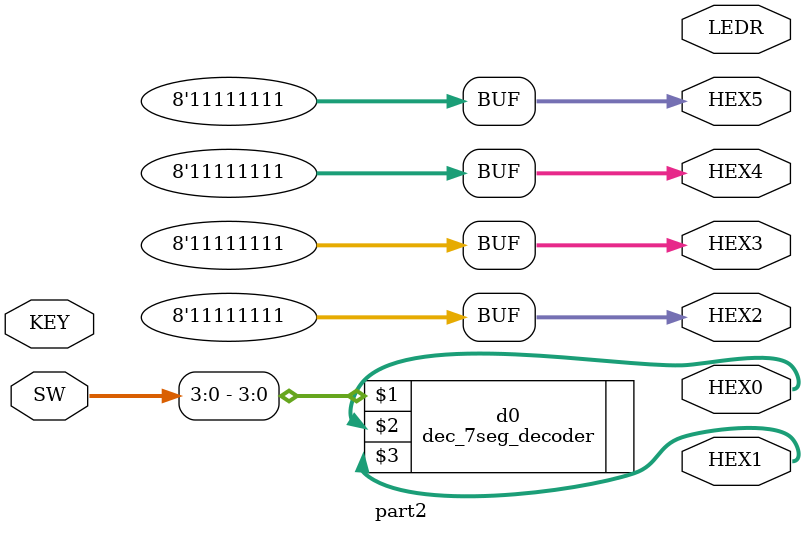
<source format=v>


module part2(

	//////////// SEG7 //////////
	output		     [7:0]		HEX0,
	output		     [7:0]		HEX1,
	output		     [7:0]		HEX2,
	output		     [7:0]		HEX3,
	output		     [7:0]		HEX4,
	output		     [7:0]		HEX5,

	//////////// KEY //////////
	input 		     [1:0]		KEY,

	//////////// LED //////////
	output		     [9:0]		LEDR,

	//////////// SW //////////
	input 		     [9:0]		SW
);



//=======================================================
//  REG/WIRE declarations
//=======================================================



//=======================================================
//  Structural coding
//=======================================================

dec_7seg_decoder d0 (SW[3:0], HEX0[7:0], HEX1[7:0]);
assign HEX2= 8'b11111111;
assign HEX3= 8'b11111111;
assign HEX4= 8'b11111111;
assign HEX5= 8'b11111111;




endmodule

</source>
